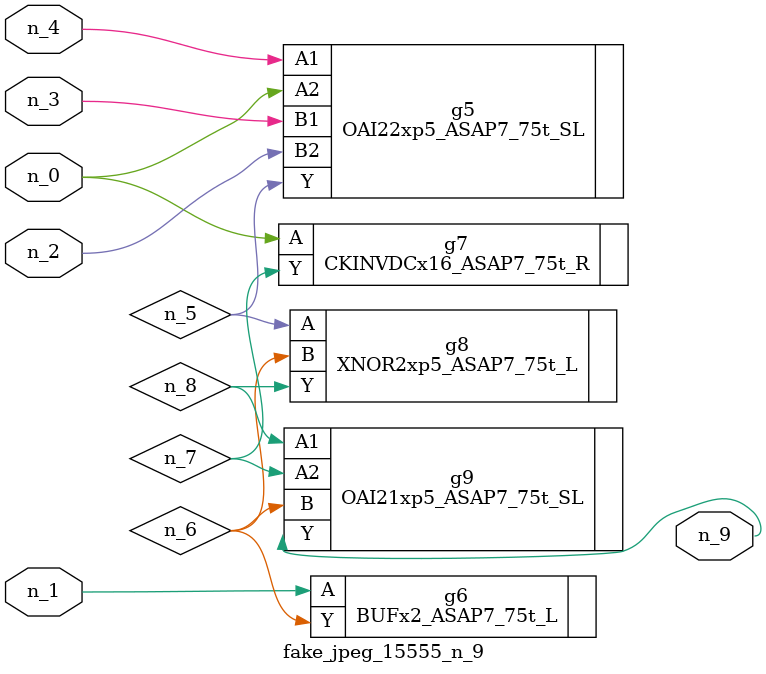
<source format=v>
module fake_jpeg_15555_n_9 (n_3, n_2, n_1, n_0, n_4, n_9);

input n_3;
input n_2;
input n_1;
input n_0;
input n_4;

output n_9;

wire n_8;
wire n_6;
wire n_5;
wire n_7;

OAI22xp5_ASAP7_75t_SL g5 ( 
.A1(n_4),
.A2(n_0),
.B1(n_3),
.B2(n_2),
.Y(n_5)
);

BUFx2_ASAP7_75t_L g6 ( 
.A(n_1),
.Y(n_6)
);

CKINVDCx16_ASAP7_75t_R g7 ( 
.A(n_0),
.Y(n_7)
);

XNOR2xp5_ASAP7_75t_L g8 ( 
.A(n_5),
.B(n_6),
.Y(n_8)
);

OAI21xp5_ASAP7_75t_SL g9 ( 
.A1(n_8),
.A2(n_7),
.B(n_6),
.Y(n_9)
);


endmodule
</source>
